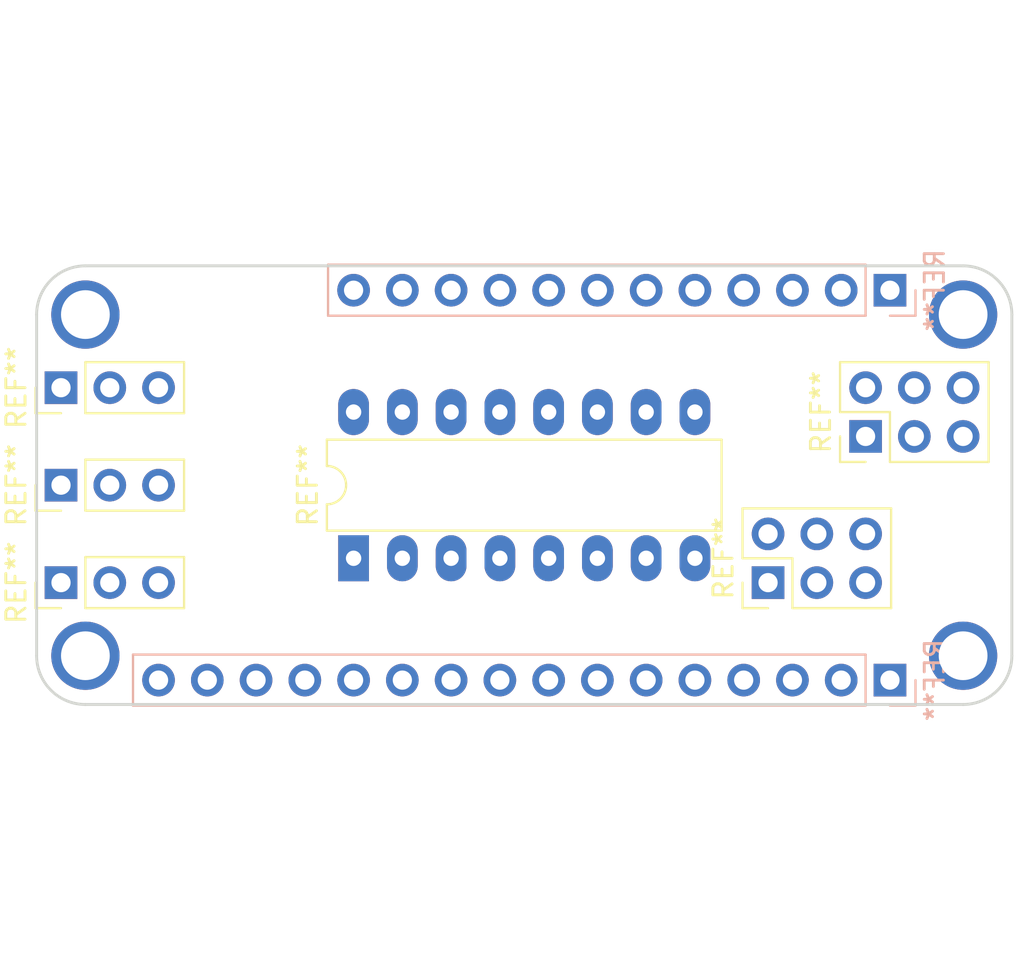
<source format=kicad_pcb>
(kicad_pcb (version 4) (host pcbnew 4.0.6)

  (general
    (links 0)
    (no_connects 0)
    (area 115.494999 78.664999 166.445001 101.675001)
    (thickness 1.6)
    (drawings 8)
    (tracks 0)
    (zones 0)
    (modules 9)
    (nets 1)
  )

  (page A4)
  (layers
    (0 F.Cu power)
    (31 B.Cu power)
    (32 B.Adhes user)
    (33 F.Adhes user)
    (34 B.Paste user)
    (35 F.Paste user)
    (36 B.SilkS user)
    (37 F.SilkS user)
    (38 B.Mask user)
    (39 F.Mask user)
    (40 Dwgs.User user)
    (41 Cmts.User user)
    (42 Eco1.User user)
    (43 Eco2.User user)
    (44 Edge.Cuts user)
    (45 Margin user)
    (46 B.CrtYd user)
    (47 F.CrtYd user)
    (48 B.Fab user)
    (49 F.Fab user)
  )

  (setup
    (last_trace_width 0.25)
    (trace_clearance 0.2)
    (zone_clearance 0.508)
    (zone_45_only no)
    (trace_min 0.2)
    (segment_width 0.2)
    (edge_width 0.15)
    (via_size 0.6)
    (via_drill 0.4)
    (via_min_size 0.4)
    (via_min_drill 0.3)
    (uvia_size 0.3)
    (uvia_drill 0.1)
    (uvias_allowed no)
    (uvia_min_size 0.2)
    (uvia_min_drill 0.1)
    (pcb_text_width 0.3)
    (pcb_text_size 1.5 1.5)
    (mod_edge_width 0.15)
    (mod_text_size 1 1)
    (mod_text_width 0.15)
    (pad_size 1.524 1.524)
    (pad_drill 0.762)
    (pad_to_mask_clearance 0.2)
    (aux_axis_origin 0 0)
    (visible_elements FFFFF75F)
    (pcbplotparams
      (layerselection 0x00030_80000001)
      (usegerberextensions false)
      (excludeedgelayer true)
      (linewidth 0.100000)
      (plotframeref false)
      (viasonmask false)
      (mode 1)
      (useauxorigin false)
      (hpglpennumber 1)
      (hpglpenspeed 20)
      (hpglpendiameter 15)
      (hpglpenoverlay 2)
      (psnegative false)
      (psa4output false)
      (plotreference true)
      (plotvalue true)
      (plotinvisibletext false)
      (padsonsilk false)
      (subtractmaskfromsilk false)
      (outputformat 1)
      (mirror false)
      (drillshape 1)
      (scaleselection 1)
      (outputdirectory ""))
  )

  (net 0 "")

  (net_class Default "This is the default net class."
    (clearance 0.2)
    (trace_width 0.25)
    (via_dia 0.6)
    (via_drill 0.4)
    (uvia_dia 0.3)
    (uvia_drill 0.1)
  )

  (module Adafruit_FeatherWing:PCB_FeatherWing (layer F.Cu) (tedit 58EF14C7) (tstamp 59499441)
    (at 140.97 90.17)
    (fp_text reference PCB** (at 0 1) (layer F.Fab)
      (effects (font (size 0.6 0.6) (thickness 0.1)))
    )
    (fp_text value VAL** (at 0 0 180) (layer F.Fab)
      (effects (font (size 0.6 0.5) (thickness 0.1)))
    )
    (fp_text user %R (at 17.78 8.89 180) (layer Eco1.User)
      (effects (font (size 0.3 0.3) (thickness 0.03)))
    )
    (fp_arc (start -22.86 -8.89) (end -25.4 -8.89) (angle 90) (layer Dwgs.User) (width 0.05))
    (fp_arc (start -22.86 8.89) (end -22.86 11.43) (angle 90) (layer Dwgs.User) (width 0.05))
    (fp_arc (start 22.86 8.89) (end 22.86 11.43) (angle -88.9) (layer Dwgs.User) (width 0.05))
    (fp_arc (start 22.86 -8.89) (end 22.86 -11.43) (angle 90) (layer Dwgs.User) (width 0.05))
    (fp_line (start -25.4 -8.89) (end -25.4 8.89) (layer Dwgs.User) (width 0.05))
    (fp_line (start -22.86 11.43) (end 22.86 11.43) (layer Dwgs.User) (width 0.05))
    (fp_line (start 25.4 8.89) (end 25.4 -8.89) (layer Dwgs.User) (width 0.05))
    (fp_line (start 22.86 -11.43) (end -22.86 -11.43) (layer Dwgs.User) (width 0.05))
    (fp_circle (center 19.05 10.16) (end 19.558 10.16) (layer Cmts.User) (width 0.05))
    (fp_line (start 18.542 10.668) (end 19.558 9.652) (layer Cmts.User) (width 0.05))
    (fp_line (start 18.542 9.652) (end 19.558 10.668) (layer Cmts.User) (width 0.05))
    (fp_text user 1 (at 19.05 10.922) (layer Cmts.User)
      (effects (font (size 0.3 0.25) (thickness 0.03)))
    )
    (fp_line (start 16.002 9.652) (end 17.018 10.668) (layer Cmts.User) (width 0.05))
    (fp_line (start 13.462 9.652) (end 14.478 10.668) (layer Cmts.User) (width 0.05))
    (fp_line (start 10.922 9.652) (end 11.938 10.668) (layer Cmts.User) (width 0.05))
    (fp_line (start 8.382 9.652) (end 9.398 10.668) (layer Cmts.User) (width 0.05))
    (fp_line (start 5.842 9.652) (end 6.858 10.668) (layer Cmts.User) (width 0.05))
    (fp_line (start 3.302 9.652) (end 4.318 10.668) (layer Cmts.User) (width 0.05))
    (fp_line (start 0.762 9.652) (end 1.778 10.668) (layer Cmts.User) (width 0.05))
    (fp_line (start -1.778 9.652) (end -0.762 10.668) (layer Cmts.User) (width 0.05))
    (fp_line (start -4.318 9.652) (end -3.302 10.668) (layer Cmts.User) (width 0.05))
    (fp_line (start -6.858 9.652) (end -5.842 10.668) (layer Cmts.User) (width 0.05))
    (fp_line (start -9.398 9.652) (end -8.382 10.668) (layer Cmts.User) (width 0.05))
    (fp_line (start -11.938 9.652) (end -10.922 10.668) (layer Cmts.User) (width 0.05))
    (fp_line (start -14.478 9.652) (end -13.462 10.668) (layer Cmts.User) (width 0.05))
    (fp_line (start -17.018 9.652) (end -16.002 10.668) (layer Cmts.User) (width 0.05))
    (fp_line (start -19.558 9.652) (end -18.542 10.668) (layer Cmts.User) (width 0.05))
    (fp_line (start 18.542 -10.668) (end 19.558 -9.652) (layer Cmts.User) (width 0.05))
    (fp_line (start 16.002 -10.668) (end 17.018 -9.652) (layer Cmts.User) (width 0.05))
    (fp_line (start 13.462 -10.668) (end 14.478 -9.652) (layer Cmts.User) (width 0.05))
    (fp_line (start 10.922 -10.668) (end 11.938 -9.652) (layer Cmts.User) (width 0.05))
    (fp_line (start 8.382 -10.668) (end 9.398 -9.652) (layer Cmts.User) (width 0.05))
    (fp_line (start 5.842 -10.668) (end 6.858 -9.652) (layer Cmts.User) (width 0.05))
    (fp_line (start 3.302 -10.668) (end 4.318 -9.652) (layer Cmts.User) (width 0.05))
    (fp_line (start 0.762 -10.668) (end 1.778 -9.652) (layer Cmts.User) (width 0.05))
    (fp_line (start -1.778 -10.668) (end -0.762 -9.652) (layer Cmts.User) (width 0.05))
    (fp_line (start -4.318 -10.668) (end -3.302 -9.652) (layer Cmts.User) (width 0.05))
    (fp_line (start -6.858 -10.668) (end -5.842 -9.652) (layer Cmts.User) (width 0.05))
    (fp_line (start -9.398 -10.668) (end -8.382 -9.652) (layer Cmts.User) (width 0.05))
    (fp_line (start 16.002 10.668) (end 17.018 9.652) (layer Cmts.User) (width 0.05))
    (fp_line (start 13.462 10.668) (end 14.478 9.652) (layer Cmts.User) (width 0.05))
    (fp_line (start 10.922 10.668) (end 11.938 9.652) (layer Cmts.User) (width 0.05))
    (fp_line (start 8.382 10.668) (end 9.398 9.652) (layer Cmts.User) (width 0.05))
    (fp_line (start 5.842 10.668) (end 6.858 9.652) (layer Cmts.User) (width 0.05))
    (fp_line (start 3.302 10.668) (end 4.318 9.652) (layer Cmts.User) (width 0.05))
    (fp_line (start 0.762 10.668) (end 1.778 9.652) (layer Cmts.User) (width 0.05))
    (fp_line (start -1.778 10.668) (end -0.762 9.652) (layer Cmts.User) (width 0.05))
    (fp_line (start -4.318 10.668) (end -3.302 9.652) (layer Cmts.User) (width 0.05))
    (fp_line (start -6.858 10.668) (end -5.842 9.652) (layer Cmts.User) (width 0.05))
    (fp_line (start -9.398 10.668) (end -8.382 9.652) (layer Cmts.User) (width 0.05))
    (fp_line (start -11.938 10.668) (end -10.922 9.652) (layer Cmts.User) (width 0.05))
    (fp_line (start -14.478 10.668) (end -13.462 9.652) (layer Cmts.User) (width 0.05))
    (fp_line (start -17.018 10.668) (end -16.002 9.652) (layer Cmts.User) (width 0.05))
    (fp_line (start -19.558 10.668) (end -18.542 9.652) (layer Cmts.User) (width 0.05))
    (fp_line (start 18.542 -9.652) (end 19.558 -10.668) (layer Cmts.User) (width 0.05))
    (fp_line (start 16.002 -9.652) (end 17.018 -10.668) (layer Cmts.User) (width 0.05))
    (fp_line (start 13.462 -9.652) (end 14.478 -10.668) (layer Cmts.User) (width 0.05))
    (fp_line (start 10.922 -9.652) (end 11.938 -10.668) (layer Cmts.User) (width 0.05))
    (fp_line (start 8.382 -9.652) (end 9.398 -10.668) (layer Cmts.User) (width 0.05))
    (fp_line (start 5.842 -9.652) (end 6.858 -10.668) (layer Cmts.User) (width 0.05))
    (fp_line (start 3.302 -9.652) (end 4.318 -10.668) (layer Cmts.User) (width 0.05))
    (fp_line (start 0.762 -9.652) (end 1.778 -10.668) (layer Cmts.User) (width 0.05))
    (fp_line (start -1.778 -9.652) (end -0.762 -10.668) (layer Cmts.User) (width 0.05))
    (fp_line (start -4.318 -9.652) (end -3.302 -10.668) (layer Cmts.User) (width 0.05))
    (fp_line (start -6.858 -9.652) (end -5.842 -10.668) (layer Cmts.User) (width 0.05))
    (fp_line (start -9.398 -9.652) (end -8.382 -10.668) (layer Cmts.User) (width 0.05))
    (fp_circle (center 16.51 10.16) (end 17.018 10.16) (layer Cmts.User) (width 0.05))
    (fp_circle (center 13.97 10.16) (end 14.478 10.16) (layer Cmts.User) (width 0.05))
    (fp_circle (center 11.43 10.16) (end 11.938 10.16) (layer Cmts.User) (width 0.05))
    (fp_circle (center 8.89 10.16) (end 9.398 10.16) (layer Cmts.User) (width 0.05))
    (fp_circle (center 6.35 10.16) (end 6.858 10.16) (layer Cmts.User) (width 0.05))
    (fp_circle (center 3.81 10.16) (end 4.318 10.16) (layer Cmts.User) (width 0.05))
    (fp_circle (center 1.27 10.16) (end 1.778 10.16) (layer Cmts.User) (width 0.05))
    (fp_circle (center -1.27 10.16) (end -0.762 10.16) (layer Cmts.User) (width 0.05))
    (fp_circle (center -3.81 10.16) (end -3.302 10.16) (layer Cmts.User) (width 0.05))
    (fp_circle (center -6.35 10.16) (end -5.842 10.16) (layer Cmts.User) (width 0.05))
    (fp_circle (center -8.89 10.16) (end -8.382 10.16) (layer Cmts.User) (width 0.05))
    (fp_circle (center -11.43 10.16) (end -10.922 10.16) (layer Cmts.User) (width 0.05))
    (fp_circle (center -13.97 10.16) (end -13.462 10.16) (layer Cmts.User) (width 0.05))
    (fp_circle (center -16.51 10.16) (end -16.002 10.16) (layer Cmts.User) (width 0.05))
    (fp_circle (center -19.05 10.16) (end -18.542 10.16) (layer Cmts.User) (width 0.05))
    (fp_circle (center 19.05 -10.16) (end 19.558 -10.16) (layer Cmts.User) (width 0.05))
    (fp_circle (center 16.51 -10.16) (end 17.018 -10.16) (layer Cmts.User) (width 0.05))
    (fp_circle (center 13.97 -10.16) (end 14.478 -10.16) (layer Cmts.User) (width 0.05))
    (fp_circle (center 11.43 -10.16) (end 11.938 -10.16) (layer Cmts.User) (width 0.05))
    (fp_circle (center 8.89 -10.16) (end 9.398 -10.16) (layer Cmts.User) (width 0.05))
    (fp_circle (center 6.35 -10.16) (end 6.858 -10.16) (layer Cmts.User) (width 0.05))
    (fp_circle (center 3.81 -10.16) (end 4.318 -10.16) (layer Cmts.User) (width 0.05))
    (fp_circle (center 1.27 -10.16) (end 1.778 -10.16) (layer Cmts.User) (width 0.05))
    (fp_circle (center -1.27 -10.16) (end -0.762 -10.16) (layer Cmts.User) (width 0.05))
    (fp_circle (center -3.81 -10.16) (end -3.302 -10.16) (layer Cmts.User) (width 0.05))
    (fp_circle (center -6.35 -10.16) (end -5.842 -10.16) (layer Cmts.User) (width 0.05))
    (fp_circle (center -8.89 -10.16) (end -8.382 -10.16) (layer Cmts.User) (width 0.05))
    (fp_text user 2 (at 16.51 10.922) (layer Cmts.User)
      (effects (font (size 0.3 0.25) (thickness 0.03)))
    )
    (fp_text user 3 (at 13.97 10.922) (layer Cmts.User)
      (effects (font (size 0.3 0.25) (thickness 0.03)))
    )
    (fp_text user 4 (at 11.43 10.922) (layer Cmts.User)
      (effects (font (size 0.3 0.25) (thickness 0.03)))
    )
    (fp_text user 5 (at 8.89 10.922) (layer Cmts.User)
      (effects (font (size 0.3 0.25) (thickness 0.03)))
    )
    (fp_text user 6 (at 6.35 10.922) (layer Cmts.User)
      (effects (font (size 0.3 0.25) (thickness 0.03)))
    )
    (fp_text user 7 (at 3.81 10.922) (layer Cmts.User)
      (effects (font (size 0.3 0.25) (thickness 0.03)))
    )
    (fp_text user 8 (at 1.27 10.922) (layer Cmts.User)
      (effects (font (size 0.3 0.25) (thickness 0.03)))
    )
    (fp_text user 9 (at -1.27 10.922) (layer Cmts.User)
      (effects (font (size 0.3 0.25) (thickness 0.03)))
    )
    (fp_text user 10 (at -3.81 10.922) (layer Cmts.User)
      (effects (font (size 0.3 0.25) (thickness 0.03)))
    )
    (fp_text user 11 (at -6.35 10.922) (layer Cmts.User)
      (effects (font (size 0.3 0.25) (thickness 0.03)))
    )
    (fp_text user 12 (at -8.89 10.922) (layer Cmts.User)
      (effects (font (size 0.3 0.25) (thickness 0.03)))
    )
    (fp_text user 13 (at -11.43 10.922) (layer Cmts.User)
      (effects (font (size 0.3 0.25) (thickness 0.03)))
    )
    (fp_text user 14 (at -13.97 10.922) (layer Cmts.User)
      (effects (font (size 0.3 0.25) (thickness 0.03)))
    )
    (fp_text user 15 (at -16.51 10.922) (layer Cmts.User)
      (effects (font (size 0.3 0.25) (thickness 0.03)))
    )
    (fp_text user 16 (at -19.05 10.922) (layer Cmts.User)
      (effects (font (size 0.3 0.25) (thickness 0.03)))
    )
    (fp_text user 1 (at 19.05 -10.922) (layer Cmts.User)
      (effects (font (size 0.3 0.25) (thickness 0.03)))
    )
    (fp_text user 2 (at 16.51 -10.922) (layer Cmts.User)
      (effects (font (size 0.3 0.25) (thickness 0.03)))
    )
    (fp_text user 3 (at 13.97 -10.922) (layer Cmts.User)
      (effects (font (size 0.3 0.25) (thickness 0.03)))
    )
    (fp_text user 4 (at 11.43 -10.922) (layer Cmts.User)
      (effects (font (size 0.3 0.25) (thickness 0.03)))
    )
    (fp_text user 5 (at 8.89 -10.922) (layer Cmts.User)
      (effects (font (size 0.3 0.25) (thickness 0.03)))
    )
    (fp_text user 6 (at 6.35 -10.922) (layer Cmts.User)
      (effects (font (size 0.3 0.25) (thickness 0.03)))
    )
    (fp_text user 7 (at 3.81 -10.922) (layer Cmts.User)
      (effects (font (size 0.3 0.25) (thickness 0.03)))
    )
    (fp_text user 8 (at 1.27 -10.922) (layer Cmts.User)
      (effects (font (size 0.3 0.25) (thickness 0.03)))
    )
    (fp_text user 9 (at -1.27 -10.922) (layer Cmts.User)
      (effects (font (size 0.3 0.25) (thickness 0.03)))
    )
    (fp_text user 10 (at -3.81 -10.922) (layer Cmts.User)
      (effects (font (size 0.3 0.25) (thickness 0.03)))
    )
    (fp_text user 11 (at -6.35 -10.922) (layer Cmts.User)
      (effects (font (size 0.3 0.25) (thickness 0.03)))
    )
    (fp_text user 12 (at -8.89 -10.922) (layer Cmts.User)
      (effects (font (size 0.3 0.25) (thickness 0.03)))
    )
    (pad "" np_thru_hole circle (at -22.86 -8.89) (size 3.556 3.556) (drill 2.54) (layers *.Cu *.Mask))
    (pad "" np_thru_hole circle (at 22.86 -8.89) (size 3.556 3.556) (drill 2.54) (layers *.Cu *.Mask))
    (pad "" np_thru_hole circle (at -22.86 8.89) (size 3.556 3.556) (drill 2.54) (layers *.Cu *.Mask))
    (pad "" np_thru_hole circle (at 22.86 8.89) (size 3.556 3.556) (drill 2.54) (layers *.Cu *.Mask))
  )

  (module Pin_Headers:Pin_Header_Straight_1x12_Pitch2.54mm (layer B.Cu) (tedit 58CD4EC2) (tstamp 59499738)
    (at 160.02 80.01 90)
    (descr "Through hole straight pin header, 1x12, 2.54mm pitch, single row")
    (tags "Through hole pin header THT 1x12 2.54mm single row")
    (fp_text reference REF** (at 0 2.33 90) (layer B.SilkS)
      (effects (font (size 1 1) (thickness 0.15)) (justify mirror))
    )
    (fp_text value Pin_Header_Straight_1x12_Pitch2.54mm (at 0 -30.27 90) (layer B.Fab)
      (effects (font (size 1 1) (thickness 0.15)) (justify mirror))
    )
    (fp_line (start -1.27 1.27) (end -1.27 -29.21) (layer B.Fab) (width 0.1))
    (fp_line (start -1.27 -29.21) (end 1.27 -29.21) (layer B.Fab) (width 0.1))
    (fp_line (start 1.27 -29.21) (end 1.27 1.27) (layer B.Fab) (width 0.1))
    (fp_line (start 1.27 1.27) (end -1.27 1.27) (layer B.Fab) (width 0.1))
    (fp_line (start -1.33 -1.27) (end -1.33 -29.27) (layer B.SilkS) (width 0.12))
    (fp_line (start -1.33 -29.27) (end 1.33 -29.27) (layer B.SilkS) (width 0.12))
    (fp_line (start 1.33 -29.27) (end 1.33 -1.27) (layer B.SilkS) (width 0.12))
    (fp_line (start 1.33 -1.27) (end -1.33 -1.27) (layer B.SilkS) (width 0.12))
    (fp_line (start -1.33 0) (end -1.33 1.33) (layer B.SilkS) (width 0.12))
    (fp_line (start -1.33 1.33) (end 0 1.33) (layer B.SilkS) (width 0.12))
    (fp_line (start -1.8 1.8) (end -1.8 -29.75) (layer B.CrtYd) (width 0.05))
    (fp_line (start -1.8 -29.75) (end 1.8 -29.75) (layer B.CrtYd) (width 0.05))
    (fp_line (start 1.8 -29.75) (end 1.8 1.8) (layer B.CrtYd) (width 0.05))
    (fp_line (start 1.8 1.8) (end -1.8 1.8) (layer B.CrtYd) (width 0.05))
    (fp_text user %R (at 0 2.33 90) (layer B.Fab)
      (effects (font (size 1 1) (thickness 0.15)) (justify mirror))
    )
    (pad 1 thru_hole rect (at 0 0 90) (size 1.7 1.7) (drill 1) (layers *.Cu *.Mask))
    (pad 2 thru_hole oval (at 0 -2.54 90) (size 1.7 1.7) (drill 1) (layers *.Cu *.Mask))
    (pad 3 thru_hole oval (at 0 -5.08 90) (size 1.7 1.7) (drill 1) (layers *.Cu *.Mask))
    (pad 4 thru_hole oval (at 0 -7.62 90) (size 1.7 1.7) (drill 1) (layers *.Cu *.Mask))
    (pad 5 thru_hole oval (at 0 -10.16 90) (size 1.7 1.7) (drill 1) (layers *.Cu *.Mask))
    (pad 6 thru_hole oval (at 0 -12.7 90) (size 1.7 1.7) (drill 1) (layers *.Cu *.Mask))
    (pad 7 thru_hole oval (at 0 -15.24 90) (size 1.7 1.7) (drill 1) (layers *.Cu *.Mask))
    (pad 8 thru_hole oval (at 0 -17.78 90) (size 1.7 1.7) (drill 1) (layers *.Cu *.Mask))
    (pad 9 thru_hole oval (at 0 -20.32 90) (size 1.7 1.7) (drill 1) (layers *.Cu *.Mask))
    (pad 10 thru_hole oval (at 0 -22.86 90) (size 1.7 1.7) (drill 1) (layers *.Cu *.Mask))
    (pad 11 thru_hole oval (at 0 -25.4 90) (size 1.7 1.7) (drill 1) (layers *.Cu *.Mask))
    (pad 12 thru_hole oval (at 0 -27.94 90) (size 1.7 1.7) (drill 1) (layers *.Cu *.Mask))
    (model ${KISYS3DMOD}/Pin_Headers.3dshapes/Pin_Header_Straight_1x12_Pitch2.54mm.wrl
      (at (xyz 0 -0.55 0))
      (scale (xyz 1 1 1))
      (rotate (xyz 0 0 90))
    )
  )

  (module Pin_Headers:Pin_Header_Straight_1x16_Pitch2.54mm (layer B.Cu) (tedit 58CD4EC2) (tstamp 59499780)
    (at 160.02 100.33 90)
    (descr "Through hole straight pin header, 1x16, 2.54mm pitch, single row")
    (tags "Through hole pin header THT 1x16 2.54mm single row")
    (fp_text reference REF** (at 0 2.33 90) (layer B.SilkS)
      (effects (font (size 1 1) (thickness 0.15)) (justify mirror))
    )
    (fp_text value Pin_Header_Straight_1x16_Pitch2.54mm (at 0 -40.43 90) (layer B.Fab)
      (effects (font (size 1 1) (thickness 0.15)) (justify mirror))
    )
    (fp_line (start -1.27 1.27) (end -1.27 -39.37) (layer B.Fab) (width 0.1))
    (fp_line (start -1.27 -39.37) (end 1.27 -39.37) (layer B.Fab) (width 0.1))
    (fp_line (start 1.27 -39.37) (end 1.27 1.27) (layer B.Fab) (width 0.1))
    (fp_line (start 1.27 1.27) (end -1.27 1.27) (layer B.Fab) (width 0.1))
    (fp_line (start -1.33 -1.27) (end -1.33 -39.43) (layer B.SilkS) (width 0.12))
    (fp_line (start -1.33 -39.43) (end 1.33 -39.43) (layer B.SilkS) (width 0.12))
    (fp_line (start 1.33 -39.43) (end 1.33 -1.27) (layer B.SilkS) (width 0.12))
    (fp_line (start 1.33 -1.27) (end -1.33 -1.27) (layer B.SilkS) (width 0.12))
    (fp_line (start -1.33 0) (end -1.33 1.33) (layer B.SilkS) (width 0.12))
    (fp_line (start -1.33 1.33) (end 0 1.33) (layer B.SilkS) (width 0.12))
    (fp_line (start -1.8 1.8) (end -1.8 -39.9) (layer B.CrtYd) (width 0.05))
    (fp_line (start -1.8 -39.9) (end 1.8 -39.9) (layer B.CrtYd) (width 0.05))
    (fp_line (start 1.8 -39.9) (end 1.8 1.8) (layer B.CrtYd) (width 0.05))
    (fp_line (start 1.8 1.8) (end -1.8 1.8) (layer B.CrtYd) (width 0.05))
    (fp_text user %R (at 0 2.33 90) (layer B.Fab)
      (effects (font (size 1 1) (thickness 0.15)) (justify mirror))
    )
    (pad 1 thru_hole rect (at 0 0 90) (size 1.7 1.7) (drill 1) (layers *.Cu *.Mask))
    (pad 2 thru_hole oval (at 0 -2.54 90) (size 1.7 1.7) (drill 1) (layers *.Cu *.Mask))
    (pad 3 thru_hole oval (at 0 -5.08 90) (size 1.7 1.7) (drill 1) (layers *.Cu *.Mask))
    (pad 4 thru_hole oval (at 0 -7.62 90) (size 1.7 1.7) (drill 1) (layers *.Cu *.Mask))
    (pad 5 thru_hole oval (at 0 -10.16 90) (size 1.7 1.7) (drill 1) (layers *.Cu *.Mask))
    (pad 6 thru_hole oval (at 0 -12.7 90) (size 1.7 1.7) (drill 1) (layers *.Cu *.Mask))
    (pad 7 thru_hole oval (at 0 -15.24 90) (size 1.7 1.7) (drill 1) (layers *.Cu *.Mask))
    (pad 8 thru_hole oval (at 0 -17.78 90) (size 1.7 1.7) (drill 1) (layers *.Cu *.Mask))
    (pad 9 thru_hole oval (at 0 -20.32 90) (size 1.7 1.7) (drill 1) (layers *.Cu *.Mask))
    (pad 10 thru_hole oval (at 0 -22.86 90) (size 1.7 1.7) (drill 1) (layers *.Cu *.Mask))
    (pad 11 thru_hole oval (at 0 -25.4 90) (size 1.7 1.7) (drill 1) (layers *.Cu *.Mask))
    (pad 12 thru_hole oval (at 0 -27.94 90) (size 1.7 1.7) (drill 1) (layers *.Cu *.Mask))
    (pad 13 thru_hole oval (at 0 -30.48 90) (size 1.7 1.7) (drill 1) (layers *.Cu *.Mask))
    (pad 14 thru_hole oval (at 0 -33.02 90) (size 1.7 1.7) (drill 1) (layers *.Cu *.Mask))
    (pad 15 thru_hole oval (at 0 -35.56 90) (size 1.7 1.7) (drill 1) (layers *.Cu *.Mask))
    (pad 16 thru_hole oval (at 0 -38.1 90) (size 1.7 1.7) (drill 1) (layers *.Cu *.Mask))
    (model ${KISYS3DMOD}/Pin_Headers.3dshapes/Pin_Header_Straight_1x16_Pitch2.54mm.wrl
      (at (xyz 0 -0.75 0))
      (scale (xyz 1 1 1))
      (rotate (xyz 0 0 90))
    )
  )

  (module Socket_Strips:Socket_Strip_Straight_1x03_Pitch2.54mm (layer F.Cu) (tedit 58CD5446) (tstamp 59499B1E)
    (at 116.84 85.09 90)
    (descr "Through hole straight socket strip, 1x03, 2.54mm pitch, single row")
    (tags "Through hole socket strip THT 1x03 2.54mm single row")
    (fp_text reference REF** (at 0 -2.33 90) (layer F.SilkS)
      (effects (font (size 1 1) (thickness 0.15)))
    )
    (fp_text value Socket_Strip_Straight_1x03_Pitch2.54mm (at 0 7.41 90) (layer F.Fab)
      (effects (font (size 1 1) (thickness 0.15)))
    )
    (fp_line (start -1.27 -1.27) (end -1.27 6.35) (layer F.Fab) (width 0.1))
    (fp_line (start -1.27 6.35) (end 1.27 6.35) (layer F.Fab) (width 0.1))
    (fp_line (start 1.27 6.35) (end 1.27 -1.27) (layer F.Fab) (width 0.1))
    (fp_line (start 1.27 -1.27) (end -1.27 -1.27) (layer F.Fab) (width 0.1))
    (fp_line (start -1.33 1.27) (end -1.33 6.41) (layer F.SilkS) (width 0.12))
    (fp_line (start -1.33 6.41) (end 1.33 6.41) (layer F.SilkS) (width 0.12))
    (fp_line (start 1.33 6.41) (end 1.33 1.27) (layer F.SilkS) (width 0.12))
    (fp_line (start 1.33 1.27) (end -1.33 1.27) (layer F.SilkS) (width 0.12))
    (fp_line (start -1.33 0) (end -1.33 -1.33) (layer F.SilkS) (width 0.12))
    (fp_line (start -1.33 -1.33) (end 0 -1.33) (layer F.SilkS) (width 0.12))
    (fp_line (start -1.8 -1.8) (end -1.8 6.85) (layer F.CrtYd) (width 0.05))
    (fp_line (start -1.8 6.85) (end 1.8 6.85) (layer F.CrtYd) (width 0.05))
    (fp_line (start 1.8 6.85) (end 1.8 -1.8) (layer F.CrtYd) (width 0.05))
    (fp_line (start 1.8 -1.8) (end -1.8 -1.8) (layer F.CrtYd) (width 0.05))
    (fp_text user %R (at 0 -2.33 90) (layer F.Fab)
      (effects (font (size 1 1) (thickness 0.15)))
    )
    (pad 1 thru_hole rect (at 0 0 90) (size 1.7 1.7) (drill 1) (layers *.Cu *.Mask))
    (pad 2 thru_hole oval (at 0 2.54 90) (size 1.7 1.7) (drill 1) (layers *.Cu *.Mask))
    (pad 3 thru_hole oval (at 0 5.08 90) (size 1.7 1.7) (drill 1) (layers *.Cu *.Mask))
    (model ${KISYS3DMOD}/Socket_Strips.3dshapes/Socket_Strip_Straight_1x03_Pitch2.54mm.wrl
      (at (xyz 0 -0.1 0))
      (scale (xyz 1 1 1))
      (rotate (xyz 0 0 270))
    )
  )

  (module Socket_Strips:Socket_Strip_Straight_1x03_Pitch2.54mm (layer F.Cu) (tedit 58CD5446) (tstamp 59499B34)
    (at 116.84 90.17 90)
    (descr "Through hole straight socket strip, 1x03, 2.54mm pitch, single row")
    (tags "Through hole socket strip THT 1x03 2.54mm single row")
    (fp_text reference REF** (at 0 -2.33 90) (layer F.SilkS)
      (effects (font (size 1 1) (thickness 0.15)))
    )
    (fp_text value Socket_Strip_Straight_1x03_Pitch2.54mm (at 0 7.41 90) (layer F.Fab)
      (effects (font (size 1 1) (thickness 0.15)))
    )
    (fp_line (start -1.27 -1.27) (end -1.27 6.35) (layer F.Fab) (width 0.1))
    (fp_line (start -1.27 6.35) (end 1.27 6.35) (layer F.Fab) (width 0.1))
    (fp_line (start 1.27 6.35) (end 1.27 -1.27) (layer F.Fab) (width 0.1))
    (fp_line (start 1.27 -1.27) (end -1.27 -1.27) (layer F.Fab) (width 0.1))
    (fp_line (start -1.33 1.27) (end -1.33 6.41) (layer F.SilkS) (width 0.12))
    (fp_line (start -1.33 6.41) (end 1.33 6.41) (layer F.SilkS) (width 0.12))
    (fp_line (start 1.33 6.41) (end 1.33 1.27) (layer F.SilkS) (width 0.12))
    (fp_line (start 1.33 1.27) (end -1.33 1.27) (layer F.SilkS) (width 0.12))
    (fp_line (start -1.33 0) (end -1.33 -1.33) (layer F.SilkS) (width 0.12))
    (fp_line (start -1.33 -1.33) (end 0 -1.33) (layer F.SilkS) (width 0.12))
    (fp_line (start -1.8 -1.8) (end -1.8 6.85) (layer F.CrtYd) (width 0.05))
    (fp_line (start -1.8 6.85) (end 1.8 6.85) (layer F.CrtYd) (width 0.05))
    (fp_line (start 1.8 6.85) (end 1.8 -1.8) (layer F.CrtYd) (width 0.05))
    (fp_line (start 1.8 -1.8) (end -1.8 -1.8) (layer F.CrtYd) (width 0.05))
    (fp_text user %R (at 0 -2.33 90) (layer F.Fab)
      (effects (font (size 1 1) (thickness 0.15)))
    )
    (pad 1 thru_hole rect (at 0 0 90) (size 1.7 1.7) (drill 1) (layers *.Cu *.Mask))
    (pad 2 thru_hole oval (at 0 2.54 90) (size 1.7 1.7) (drill 1) (layers *.Cu *.Mask))
    (pad 3 thru_hole oval (at 0 5.08 90) (size 1.7 1.7) (drill 1) (layers *.Cu *.Mask))
    (model ${KISYS3DMOD}/Socket_Strips.3dshapes/Socket_Strip_Straight_1x03_Pitch2.54mm.wrl
      (at (xyz 0 -0.1 0))
      (scale (xyz 1 1 1))
      (rotate (xyz 0 0 270))
    )
  )

  (module Socket_Strips:Socket_Strip_Straight_1x03_Pitch2.54mm (layer F.Cu) (tedit 58CD5446) (tstamp 59499C85)
    (at 116.84 95.25 90)
    (descr "Through hole straight socket strip, 1x03, 2.54mm pitch, single row")
    (tags "Through hole socket strip THT 1x03 2.54mm single row")
    (fp_text reference REF** (at 0 -2.33 90) (layer F.SilkS)
      (effects (font (size 1 1) (thickness 0.15)))
    )
    (fp_text value Socket_Strip_Straight_1x03_Pitch2.54mm (at 0 7.41 90) (layer F.Fab)
      (effects (font (size 1 1) (thickness 0.15)))
    )
    (fp_line (start -1.27 -1.27) (end -1.27 6.35) (layer F.Fab) (width 0.1))
    (fp_line (start -1.27 6.35) (end 1.27 6.35) (layer F.Fab) (width 0.1))
    (fp_line (start 1.27 6.35) (end 1.27 -1.27) (layer F.Fab) (width 0.1))
    (fp_line (start 1.27 -1.27) (end -1.27 -1.27) (layer F.Fab) (width 0.1))
    (fp_line (start -1.33 1.27) (end -1.33 6.41) (layer F.SilkS) (width 0.12))
    (fp_line (start -1.33 6.41) (end 1.33 6.41) (layer F.SilkS) (width 0.12))
    (fp_line (start 1.33 6.41) (end 1.33 1.27) (layer F.SilkS) (width 0.12))
    (fp_line (start 1.33 1.27) (end -1.33 1.27) (layer F.SilkS) (width 0.12))
    (fp_line (start -1.33 0) (end -1.33 -1.33) (layer F.SilkS) (width 0.12))
    (fp_line (start -1.33 -1.33) (end 0 -1.33) (layer F.SilkS) (width 0.12))
    (fp_line (start -1.8 -1.8) (end -1.8 6.85) (layer F.CrtYd) (width 0.05))
    (fp_line (start -1.8 6.85) (end 1.8 6.85) (layer F.CrtYd) (width 0.05))
    (fp_line (start 1.8 6.85) (end 1.8 -1.8) (layer F.CrtYd) (width 0.05))
    (fp_line (start 1.8 -1.8) (end -1.8 -1.8) (layer F.CrtYd) (width 0.05))
    (fp_text user %R (at 0 -2.33 90) (layer F.Fab)
      (effects (font (size 1 1) (thickness 0.15)))
    )
    (pad 1 thru_hole rect (at 0 0 90) (size 1.7 1.7) (drill 1) (layers *.Cu *.Mask))
    (pad 2 thru_hole oval (at 0 2.54 90) (size 1.7 1.7) (drill 1) (layers *.Cu *.Mask))
    (pad 3 thru_hole oval (at 0 5.08 90) (size 1.7 1.7) (drill 1) (layers *.Cu *.Mask))
    (model ${KISYS3DMOD}/Socket_Strips.3dshapes/Socket_Strip_Straight_1x03_Pitch2.54mm.wrl
      (at (xyz 0 -0.1 0))
      (scale (xyz 1 1 1))
      (rotate (xyz 0 0 270))
    )
  )

  (module Housings_DIP:DIP-16_W7.62mm_LongPads (layer F.Cu) (tedit 58CC8E2D) (tstamp 5949A5C1)
    (at 132.08 93.98 90)
    (descr "16-lead dip package, row spacing 7.62 mm (300 mils), LongPads")
    (tags "DIL DIP PDIP 2.54mm 7.62mm 300mil LongPads")
    (fp_text reference REF** (at 3.81 -2.39 90) (layer F.SilkS)
      (effects (font (size 1 1) (thickness 0.15)))
    )
    (fp_text value DIP-16_W7.62mm_LongPads (at 3.81 20.17 90) (layer F.Fab)
      (effects (font (size 1 1) (thickness 0.15)))
    )
    (fp_text user %R (at 3.81 8.89 90) (layer F.Fab)
      (effects (font (size 1 1) (thickness 0.15)))
    )
    (fp_line (start 1.635 -1.27) (end 6.985 -1.27) (layer F.Fab) (width 0.1))
    (fp_line (start 6.985 -1.27) (end 6.985 19.05) (layer F.Fab) (width 0.1))
    (fp_line (start 6.985 19.05) (end 0.635 19.05) (layer F.Fab) (width 0.1))
    (fp_line (start 0.635 19.05) (end 0.635 -0.27) (layer F.Fab) (width 0.1))
    (fp_line (start 0.635 -0.27) (end 1.635 -1.27) (layer F.Fab) (width 0.1))
    (fp_line (start 2.81 -1.39) (end 1.44 -1.39) (layer F.SilkS) (width 0.12))
    (fp_line (start 1.44 -1.39) (end 1.44 19.17) (layer F.SilkS) (width 0.12))
    (fp_line (start 1.44 19.17) (end 6.18 19.17) (layer F.SilkS) (width 0.12))
    (fp_line (start 6.18 19.17) (end 6.18 -1.39) (layer F.SilkS) (width 0.12))
    (fp_line (start 6.18 -1.39) (end 4.81 -1.39) (layer F.SilkS) (width 0.12))
    (fp_line (start -1.5 -1.6) (end -1.5 19.3) (layer F.CrtYd) (width 0.05))
    (fp_line (start -1.5 19.3) (end 9.1 19.3) (layer F.CrtYd) (width 0.05))
    (fp_line (start 9.1 19.3) (end 9.1 -1.6) (layer F.CrtYd) (width 0.05))
    (fp_line (start 9.1 -1.6) (end -1.5 -1.6) (layer F.CrtYd) (width 0.05))
    (fp_arc (start 3.81 -1.39) (end 2.81 -1.39) (angle -180) (layer F.SilkS) (width 0.12))
    (pad 1 thru_hole rect (at 0 0 90) (size 2.4 1.6) (drill 0.8) (layers *.Cu *.Mask))
    (pad 9 thru_hole oval (at 7.62 17.78 90) (size 2.4 1.6) (drill 0.8) (layers *.Cu *.Mask))
    (pad 2 thru_hole oval (at 0 2.54 90) (size 2.4 1.6) (drill 0.8) (layers *.Cu *.Mask))
    (pad 10 thru_hole oval (at 7.62 15.24 90) (size 2.4 1.6) (drill 0.8) (layers *.Cu *.Mask))
    (pad 3 thru_hole oval (at 0 5.08 90) (size 2.4 1.6) (drill 0.8) (layers *.Cu *.Mask))
    (pad 11 thru_hole oval (at 7.62 12.7 90) (size 2.4 1.6) (drill 0.8) (layers *.Cu *.Mask))
    (pad 4 thru_hole oval (at 0 7.62 90) (size 2.4 1.6) (drill 0.8) (layers *.Cu *.Mask))
    (pad 12 thru_hole oval (at 7.62 10.16 90) (size 2.4 1.6) (drill 0.8) (layers *.Cu *.Mask))
    (pad 5 thru_hole oval (at 0 10.16 90) (size 2.4 1.6) (drill 0.8) (layers *.Cu *.Mask))
    (pad 13 thru_hole oval (at 7.62 7.62 90) (size 2.4 1.6) (drill 0.8) (layers *.Cu *.Mask))
    (pad 6 thru_hole oval (at 0 12.7 90) (size 2.4 1.6) (drill 0.8) (layers *.Cu *.Mask))
    (pad 14 thru_hole oval (at 7.62 5.08 90) (size 2.4 1.6) (drill 0.8) (layers *.Cu *.Mask))
    (pad 7 thru_hole oval (at 0 15.24 90) (size 2.4 1.6) (drill 0.8) (layers *.Cu *.Mask))
    (pad 15 thru_hole oval (at 7.62 2.54 90) (size 2.4 1.6) (drill 0.8) (layers *.Cu *.Mask))
    (pad 8 thru_hole oval (at 0 17.78 90) (size 2.4 1.6) (drill 0.8) (layers *.Cu *.Mask))
    (pad 16 thru_hole oval (at 7.62 0 90) (size 2.4 1.6) (drill 0.8) (layers *.Cu *.Mask))
    (model ${KISYS3DMOD}/Housings_DIP.3dshapes/DIP-16_W7.62mm_LongPads.wrl
      (at (xyz 0 0 0))
      (scale (xyz 1 1 1))
      (rotate (xyz 0 0 0))
    )
  )

  (module Pin_Headers:Pin_Header_Straight_2x03_Pitch2.54mm (layer F.Cu) (tedit 58CD4EC5) (tstamp 5949A72D)
    (at 153.67 95.25 90)
    (descr "Through hole straight pin header, 2x03, 2.54mm pitch, double rows")
    (tags "Through hole pin header THT 2x03 2.54mm double row")
    (fp_text reference REF** (at 1.27 -2.33 90) (layer F.SilkS)
      (effects (font (size 1 1) (thickness 0.15)))
    )
    (fp_text value Pin_Header_Straight_2x03_Pitch2.54mm (at 1.27 7.41 90) (layer F.Fab)
      (effects (font (size 1 1) (thickness 0.15)))
    )
    (fp_line (start -1.27 -1.27) (end -1.27 6.35) (layer F.Fab) (width 0.1))
    (fp_line (start -1.27 6.35) (end 3.81 6.35) (layer F.Fab) (width 0.1))
    (fp_line (start 3.81 6.35) (end 3.81 -1.27) (layer F.Fab) (width 0.1))
    (fp_line (start 3.81 -1.27) (end -1.27 -1.27) (layer F.Fab) (width 0.1))
    (fp_line (start -1.33 1.27) (end -1.33 6.41) (layer F.SilkS) (width 0.12))
    (fp_line (start -1.33 6.41) (end 3.87 6.41) (layer F.SilkS) (width 0.12))
    (fp_line (start 3.87 6.41) (end 3.87 -1.33) (layer F.SilkS) (width 0.12))
    (fp_line (start 3.87 -1.33) (end 1.27 -1.33) (layer F.SilkS) (width 0.12))
    (fp_line (start 1.27 -1.33) (end 1.27 1.27) (layer F.SilkS) (width 0.12))
    (fp_line (start 1.27 1.27) (end -1.33 1.27) (layer F.SilkS) (width 0.12))
    (fp_line (start -1.33 0) (end -1.33 -1.33) (layer F.SilkS) (width 0.12))
    (fp_line (start -1.33 -1.33) (end 0 -1.33) (layer F.SilkS) (width 0.12))
    (fp_line (start -1.8 -1.8) (end -1.8 6.85) (layer F.CrtYd) (width 0.05))
    (fp_line (start -1.8 6.85) (end 4.35 6.85) (layer F.CrtYd) (width 0.05))
    (fp_line (start 4.35 6.85) (end 4.35 -1.8) (layer F.CrtYd) (width 0.05))
    (fp_line (start 4.35 -1.8) (end -1.8 -1.8) (layer F.CrtYd) (width 0.05))
    (fp_text user %R (at 1.27 -2.33 90) (layer F.Fab)
      (effects (font (size 1 1) (thickness 0.15)))
    )
    (pad 1 thru_hole rect (at 0 0 90) (size 1.7 1.7) (drill 1) (layers *.Cu *.Mask))
    (pad 2 thru_hole oval (at 2.54 0 90) (size 1.7 1.7) (drill 1) (layers *.Cu *.Mask))
    (pad 3 thru_hole oval (at 0 2.54 90) (size 1.7 1.7) (drill 1) (layers *.Cu *.Mask))
    (pad 4 thru_hole oval (at 2.54 2.54 90) (size 1.7 1.7) (drill 1) (layers *.Cu *.Mask))
    (pad 5 thru_hole oval (at 0 5.08 90) (size 1.7 1.7) (drill 1) (layers *.Cu *.Mask))
    (pad 6 thru_hole oval (at 2.54 5.08 90) (size 1.7 1.7) (drill 1) (layers *.Cu *.Mask))
    (model ${KISYS3DMOD}/Pin_Headers.3dshapes/Pin_Header_Straight_2x03_Pitch2.54mm.wrl
      (at (xyz 0.05 -0.1 0))
      (scale (xyz 1 1 1))
      (rotate (xyz 0 0 90))
    )
  )

  (module Pin_Headers:Pin_Header_Straight_2x03_Pitch2.54mm (layer F.Cu) (tedit 58CD4EC5) (tstamp 5949A748)
    (at 158.75 87.63 90)
    (descr "Through hole straight pin header, 2x03, 2.54mm pitch, double rows")
    (tags "Through hole pin header THT 2x03 2.54mm double row")
    (fp_text reference REF** (at 1.27 -2.33 90) (layer F.SilkS)
      (effects (font (size 1 1) (thickness 0.15)))
    )
    (fp_text value Pin_Header_Straight_2x03_Pitch2.54mm (at 1.27 7.41 90) (layer F.Fab)
      (effects (font (size 1 1) (thickness 0.15)))
    )
    (fp_line (start -1.27 -1.27) (end -1.27 6.35) (layer F.Fab) (width 0.1))
    (fp_line (start -1.27 6.35) (end 3.81 6.35) (layer F.Fab) (width 0.1))
    (fp_line (start 3.81 6.35) (end 3.81 -1.27) (layer F.Fab) (width 0.1))
    (fp_line (start 3.81 -1.27) (end -1.27 -1.27) (layer F.Fab) (width 0.1))
    (fp_line (start -1.33 1.27) (end -1.33 6.41) (layer F.SilkS) (width 0.12))
    (fp_line (start -1.33 6.41) (end 3.87 6.41) (layer F.SilkS) (width 0.12))
    (fp_line (start 3.87 6.41) (end 3.87 -1.33) (layer F.SilkS) (width 0.12))
    (fp_line (start 3.87 -1.33) (end 1.27 -1.33) (layer F.SilkS) (width 0.12))
    (fp_line (start 1.27 -1.33) (end 1.27 1.27) (layer F.SilkS) (width 0.12))
    (fp_line (start 1.27 1.27) (end -1.33 1.27) (layer F.SilkS) (width 0.12))
    (fp_line (start -1.33 0) (end -1.33 -1.33) (layer F.SilkS) (width 0.12))
    (fp_line (start -1.33 -1.33) (end 0 -1.33) (layer F.SilkS) (width 0.12))
    (fp_line (start -1.8 -1.8) (end -1.8 6.85) (layer F.CrtYd) (width 0.05))
    (fp_line (start -1.8 6.85) (end 4.35 6.85) (layer F.CrtYd) (width 0.05))
    (fp_line (start 4.35 6.85) (end 4.35 -1.8) (layer F.CrtYd) (width 0.05))
    (fp_line (start 4.35 -1.8) (end -1.8 -1.8) (layer F.CrtYd) (width 0.05))
    (fp_text user %R (at 1.27 -2.33 90) (layer F.Fab)
      (effects (font (size 1 1) (thickness 0.15)))
    )
    (pad 1 thru_hole rect (at 0 0 90) (size 1.7 1.7) (drill 1) (layers *.Cu *.Mask))
    (pad 2 thru_hole oval (at 2.54 0 90) (size 1.7 1.7) (drill 1) (layers *.Cu *.Mask))
    (pad 3 thru_hole oval (at 0 2.54 90) (size 1.7 1.7) (drill 1) (layers *.Cu *.Mask))
    (pad 4 thru_hole oval (at 2.54 2.54 90) (size 1.7 1.7) (drill 1) (layers *.Cu *.Mask))
    (pad 5 thru_hole oval (at 0 5.08 90) (size 1.7 1.7) (drill 1) (layers *.Cu *.Mask))
    (pad 6 thru_hole oval (at 2.54 5.08 90) (size 1.7 1.7) (drill 1) (layers *.Cu *.Mask))
    (model ${KISYS3DMOD}/Pin_Headers.3dshapes/Pin_Header_Straight_2x03_Pitch2.54mm.wrl
      (at (xyz 0.05 -0.1 0))
      (scale (xyz 1 1 1))
      (rotate (xyz 0 0 90))
    )
  )

  (gr_line (start 166.37 99.06) (end 166.37 81.28) (angle 90) (layer Edge.Cuts) (width 0.15))
  (gr_line (start 118.11 101.6) (end 163.83 101.6) (angle 90) (layer Edge.Cuts) (width 0.15))
  (gr_line (start 115.57 81.28) (end 115.57 99.06) (angle 90) (layer Edge.Cuts) (width 0.15))
  (gr_line (start 118.11 78.74) (end 163.83 78.74) (angle 90) (layer Edge.Cuts) (width 0.15))
  (gr_arc (start 118.11 99.06) (end 118.11 101.6) (angle 90) (layer Edge.Cuts) (width 0.15))
  (gr_arc (start 118.11 81.28) (end 115.57 81.28) (angle 90) (layer Edge.Cuts) (width 0.15))
  (gr_arc (start 163.83 81.28) (end 163.83 78.74) (angle 90) (layer Edge.Cuts) (width 0.15))
  (gr_arc (start 163.83 99.06) (end 166.37 99.06) (angle 90) (layer Edge.Cuts) (width 0.15))

)

</source>
